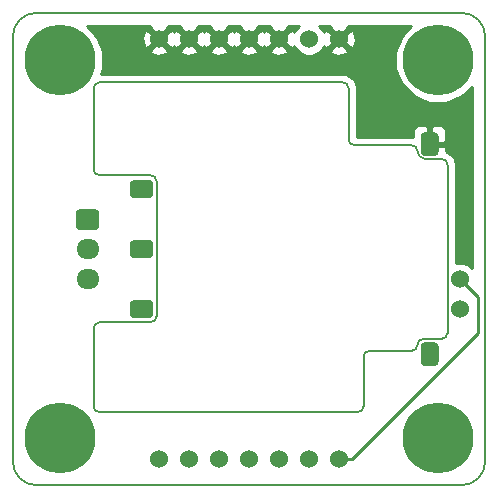
<source format=gbl>
%TF.GenerationSoftware,KiCad,Pcbnew,5.0.2+dfsg1-1*%
%TF.CreationDate,2022-03-26T23:49:25+09:00*%
%TF.ProjectId,pwm-esc-littlebee,70776d2d-6573-4632-9d6c-6974746c6562,rev?*%
%TF.SameCoordinates,Original*%
%TF.FileFunction,Copper,L2,Bot*%
%TF.FilePolarity,Positive*%
%FSLAX46Y46*%
G04 Gerber Fmt 4.6, Leading zero omitted, Abs format (unit mm)*
G04 Created by KiCad (PCBNEW 5.0.2+dfsg1-1) date Sat 26 Mar 2022 11:49:25 PM JST*
%MOMM*%
%LPD*%
G01*
G04 APERTURE LIST*
%ADD10C,0.150000*%
%ADD11C,6.000000*%
%ADD12C,1.524000*%
%ADD13C,0.100000*%
%ADD14C,1.700000*%
%ADD15O,1.950000X1.700000*%
%ADD16C,0.250000*%
%ADD17C,0.254000*%
G04 APERTURE END LIST*
D10*
X116840000Y-63246000D02*
X116840000Y-56388000D01*
X121666000Y-63754000D02*
X117348000Y-63754000D01*
X117348000Y-63754000D02*
G75*
G02X116840000Y-63246000I0J508000D01*
G01*
X122174000Y-64262000D02*
X122174000Y-75692000D01*
X116840000Y-76708000D02*
X116840000Y-83312000D01*
X117348000Y-76200000D02*
X121666000Y-76200000D01*
X116840000Y-76708000D02*
G75*
G02X117348000Y-76200000I508000J0D01*
G01*
X122174000Y-75692000D02*
G75*
G02X121666000Y-76200000I-508000J0D01*
G01*
X121666000Y-63754000D02*
G75*
G02X122174000Y-64262000I0J-508000D01*
G01*
X138430000Y-56388000D02*
X138430000Y-60706000D01*
X137922000Y-55880000D02*
G75*
G02X138430000Y-56388000I0J-508000D01*
G01*
X117348000Y-55880000D02*
X137922000Y-55880000D01*
X138938000Y-61214000D02*
X143764000Y-61214000D01*
X138938000Y-61214000D02*
G75*
G02X138430000Y-60706000I0J508000D01*
G01*
X143764000Y-61214000D02*
G75*
G02X144272000Y-61722000I0J-508000D01*
G01*
X139700000Y-79121000D02*
X139700000Y-83312000D01*
X140208000Y-78613000D02*
X143764000Y-78613000D01*
X144272000Y-78105000D02*
G75*
G02X143764000Y-78613000I-508000J0D01*
G01*
X139700000Y-79121000D02*
G75*
G02X140208000Y-78613000I508000J0D01*
G01*
X139700000Y-83312000D02*
G75*
G02X139192000Y-83820000I-508000J0D01*
G01*
X117348000Y-83820000D02*
X139192000Y-83820000D01*
X117348000Y-83820000D02*
G75*
G02X116840000Y-83312000I0J508000D01*
G01*
X116840000Y-56388000D02*
G75*
G02X117348000Y-55880000I508000J0D01*
G01*
X144780000Y-77597000D02*
X146304000Y-77597000D01*
X144907000Y-62357000D02*
X146304000Y-62357000D01*
X144272000Y-78105000D02*
G75*
G02X144780000Y-77597000I508000J0D01*
G01*
X144907000Y-62357000D02*
G75*
G02X144272000Y-61722000I0J635000D01*
G01*
X146812000Y-77089000D02*
X146812000Y-62865000D01*
X146304000Y-62357000D02*
G75*
G02X146812000Y-62865000I0J-508000D01*
G01*
X146812000Y-77089000D02*
G75*
G02X146304000Y-77597000I-508000J0D01*
G01*
X112000000Y-90000000D02*
G75*
G02X110000000Y-88000000I0J2000000D01*
G01*
X150000000Y-88000000D02*
G75*
G02X148000000Y-90000000I-2000000J0D01*
G01*
X148000000Y-50000000D02*
G75*
G02X150000000Y-52000000I0J-2000000D01*
G01*
X110000000Y-52000000D02*
G75*
G02X112000000Y-50000000I2000000J0D01*
G01*
X110000000Y-88000000D02*
X110000000Y-52000000D01*
X148000000Y-90000000D02*
X112000000Y-90000000D01*
X150000000Y-52000000D02*
X150000000Y-88000000D01*
X112000000Y-50000000D02*
X148000000Y-50000000D01*
D11*
X146000000Y-86000000D03*
X114000000Y-54000000D03*
X146000000Y-54000000D03*
X114000000Y-86000000D03*
D12*
X122380000Y-52220000D03*
X124920000Y-52220000D03*
X127460000Y-52220000D03*
X130000000Y-52220000D03*
X132540000Y-52220000D03*
X135080000Y-52220000D03*
X137620000Y-52220000D03*
X122380000Y-87780000D03*
X124920000Y-87780000D03*
X127460000Y-87780000D03*
X130000000Y-87780000D03*
X132540000Y-87780000D03*
X135080000Y-87780000D03*
X137620000Y-87780000D03*
D13*
G36*
X121560345Y-74319835D02*
X121597329Y-74325321D01*
X121633598Y-74334406D01*
X121668802Y-74347002D01*
X121702602Y-74362988D01*
X121734672Y-74382210D01*
X121764704Y-74404483D01*
X121792408Y-74429592D01*
X121817517Y-74457296D01*
X121839790Y-74487328D01*
X121859012Y-74519398D01*
X121874998Y-74553198D01*
X121887594Y-74588402D01*
X121896679Y-74624671D01*
X121902165Y-74661655D01*
X121904000Y-74699000D01*
X121904000Y-75461000D01*
X121902165Y-75498345D01*
X121896679Y-75535329D01*
X121887594Y-75571598D01*
X121874998Y-75606802D01*
X121859012Y-75640602D01*
X121839790Y-75672672D01*
X121817517Y-75702704D01*
X121792408Y-75730408D01*
X121764704Y-75755517D01*
X121734672Y-75777790D01*
X121702602Y-75797012D01*
X121668802Y-75812998D01*
X121633598Y-75825594D01*
X121597329Y-75834679D01*
X121560345Y-75840165D01*
X121523000Y-75842000D01*
X120285000Y-75842000D01*
X120247655Y-75840165D01*
X120210671Y-75834679D01*
X120174402Y-75825594D01*
X120139198Y-75812998D01*
X120105398Y-75797012D01*
X120073328Y-75777790D01*
X120043296Y-75755517D01*
X120015592Y-75730408D01*
X119990483Y-75702704D01*
X119968210Y-75672672D01*
X119948988Y-75640602D01*
X119933002Y-75606802D01*
X119920406Y-75571598D01*
X119911321Y-75535329D01*
X119905835Y-75498345D01*
X119904000Y-75461000D01*
X119904000Y-74699000D01*
X119905835Y-74661655D01*
X119911321Y-74624671D01*
X119920406Y-74588402D01*
X119933002Y-74553198D01*
X119948988Y-74519398D01*
X119968210Y-74487328D01*
X119990483Y-74457296D01*
X120015592Y-74429592D01*
X120043296Y-74404483D01*
X120073328Y-74382210D01*
X120105398Y-74362988D01*
X120139198Y-74347002D01*
X120174402Y-74334406D01*
X120210671Y-74325321D01*
X120247655Y-74319835D01*
X120285000Y-74318000D01*
X121523000Y-74318000D01*
X121560345Y-74319835D01*
X121560345Y-74319835D01*
G37*
D12*
X120904000Y-75080000D03*
D13*
G36*
X121560345Y-69239835D02*
X121597329Y-69245321D01*
X121633598Y-69254406D01*
X121668802Y-69267002D01*
X121702602Y-69282988D01*
X121734672Y-69302210D01*
X121764704Y-69324483D01*
X121792408Y-69349592D01*
X121817517Y-69377296D01*
X121839790Y-69407328D01*
X121859012Y-69439398D01*
X121874998Y-69473198D01*
X121887594Y-69508402D01*
X121896679Y-69544671D01*
X121902165Y-69581655D01*
X121904000Y-69619000D01*
X121904000Y-70381000D01*
X121902165Y-70418345D01*
X121896679Y-70455329D01*
X121887594Y-70491598D01*
X121874998Y-70526802D01*
X121859012Y-70560602D01*
X121839790Y-70592672D01*
X121817517Y-70622704D01*
X121792408Y-70650408D01*
X121764704Y-70675517D01*
X121734672Y-70697790D01*
X121702602Y-70717012D01*
X121668802Y-70732998D01*
X121633598Y-70745594D01*
X121597329Y-70754679D01*
X121560345Y-70760165D01*
X121523000Y-70762000D01*
X120285000Y-70762000D01*
X120247655Y-70760165D01*
X120210671Y-70754679D01*
X120174402Y-70745594D01*
X120139198Y-70732998D01*
X120105398Y-70717012D01*
X120073328Y-70697790D01*
X120043296Y-70675517D01*
X120015592Y-70650408D01*
X119990483Y-70622704D01*
X119968210Y-70592672D01*
X119948988Y-70560602D01*
X119933002Y-70526802D01*
X119920406Y-70491598D01*
X119911321Y-70455329D01*
X119905835Y-70418345D01*
X119904000Y-70381000D01*
X119904000Y-69619000D01*
X119905835Y-69581655D01*
X119911321Y-69544671D01*
X119920406Y-69508402D01*
X119933002Y-69473198D01*
X119948988Y-69439398D01*
X119968210Y-69407328D01*
X119990483Y-69377296D01*
X120015592Y-69349592D01*
X120043296Y-69324483D01*
X120073328Y-69302210D01*
X120105398Y-69282988D01*
X120139198Y-69267002D01*
X120174402Y-69254406D01*
X120210671Y-69245321D01*
X120247655Y-69239835D01*
X120285000Y-69238000D01*
X121523000Y-69238000D01*
X121560345Y-69239835D01*
X121560345Y-69239835D01*
G37*
D12*
X120904000Y-70000000D03*
D13*
G36*
X121560345Y-64159835D02*
X121597329Y-64165321D01*
X121633598Y-64174406D01*
X121668802Y-64187002D01*
X121702602Y-64202988D01*
X121734672Y-64222210D01*
X121764704Y-64244483D01*
X121792408Y-64269592D01*
X121817517Y-64297296D01*
X121839790Y-64327328D01*
X121859012Y-64359398D01*
X121874998Y-64393198D01*
X121887594Y-64428402D01*
X121896679Y-64464671D01*
X121902165Y-64501655D01*
X121904000Y-64539000D01*
X121904000Y-65301000D01*
X121902165Y-65338345D01*
X121896679Y-65375329D01*
X121887594Y-65411598D01*
X121874998Y-65446802D01*
X121859012Y-65480602D01*
X121839790Y-65512672D01*
X121817517Y-65542704D01*
X121792408Y-65570408D01*
X121764704Y-65595517D01*
X121734672Y-65617790D01*
X121702602Y-65637012D01*
X121668802Y-65652998D01*
X121633598Y-65665594D01*
X121597329Y-65674679D01*
X121560345Y-65680165D01*
X121523000Y-65682000D01*
X120285000Y-65682000D01*
X120247655Y-65680165D01*
X120210671Y-65674679D01*
X120174402Y-65665594D01*
X120139198Y-65652998D01*
X120105398Y-65637012D01*
X120073328Y-65617790D01*
X120043296Y-65595517D01*
X120015592Y-65570408D01*
X119990483Y-65542704D01*
X119968210Y-65512672D01*
X119948988Y-65480602D01*
X119933002Y-65446802D01*
X119920406Y-65411598D01*
X119911321Y-65375329D01*
X119905835Y-65338345D01*
X119904000Y-65301000D01*
X119904000Y-64539000D01*
X119905835Y-64501655D01*
X119911321Y-64464671D01*
X119920406Y-64428402D01*
X119933002Y-64393198D01*
X119948988Y-64359398D01*
X119968210Y-64327328D01*
X119990483Y-64297296D01*
X120015592Y-64269592D01*
X120043296Y-64244483D01*
X120073328Y-64222210D01*
X120105398Y-64202988D01*
X120139198Y-64187002D01*
X120174402Y-64174406D01*
X120210671Y-64165321D01*
X120247655Y-64159835D01*
X120285000Y-64158000D01*
X121523000Y-64158000D01*
X121560345Y-64159835D01*
X121560345Y-64159835D01*
G37*
D12*
X120904000Y-64920000D03*
X147828000Y-75080000D03*
D13*
G36*
X145706345Y-77891835D02*
X145743329Y-77897321D01*
X145779598Y-77906406D01*
X145814802Y-77919002D01*
X145848602Y-77934988D01*
X145880672Y-77954210D01*
X145910704Y-77976483D01*
X145938408Y-78001592D01*
X145963517Y-78029296D01*
X145985790Y-78059328D01*
X146005012Y-78091398D01*
X146020998Y-78125198D01*
X146033594Y-78160402D01*
X146042679Y-78196671D01*
X146048165Y-78233655D01*
X146050000Y-78271000D01*
X146050000Y-79509000D01*
X146048165Y-79546345D01*
X146042679Y-79583329D01*
X146033594Y-79619598D01*
X146020998Y-79654802D01*
X146005012Y-79688602D01*
X145985790Y-79720672D01*
X145963517Y-79750704D01*
X145938408Y-79778408D01*
X145910704Y-79803517D01*
X145880672Y-79825790D01*
X145848602Y-79845012D01*
X145814802Y-79860998D01*
X145779598Y-79873594D01*
X145743329Y-79882679D01*
X145706345Y-79888165D01*
X145669000Y-79890000D01*
X144907000Y-79890000D01*
X144869655Y-79888165D01*
X144832671Y-79882679D01*
X144796402Y-79873594D01*
X144761198Y-79860998D01*
X144727398Y-79845012D01*
X144695328Y-79825790D01*
X144665296Y-79803517D01*
X144637592Y-79778408D01*
X144612483Y-79750704D01*
X144590210Y-79720672D01*
X144570988Y-79688602D01*
X144555002Y-79654802D01*
X144542406Y-79619598D01*
X144533321Y-79583329D01*
X144527835Y-79546345D01*
X144526000Y-79509000D01*
X144526000Y-78271000D01*
X144527835Y-78233655D01*
X144533321Y-78196671D01*
X144542406Y-78160402D01*
X144555002Y-78125198D01*
X144570988Y-78091398D01*
X144590210Y-78059328D01*
X144612483Y-78029296D01*
X144637592Y-78001592D01*
X144665296Y-77976483D01*
X144695328Y-77954210D01*
X144727398Y-77934988D01*
X144761198Y-77919002D01*
X144796402Y-77906406D01*
X144832671Y-77897321D01*
X144869655Y-77891835D01*
X144907000Y-77890000D01*
X145669000Y-77890000D01*
X145706345Y-77891835D01*
X145706345Y-77891835D01*
G37*
D12*
X145288000Y-78890000D03*
D13*
G36*
X145706345Y-60111835D02*
X145743329Y-60117321D01*
X145779598Y-60126406D01*
X145814802Y-60139002D01*
X145848602Y-60154988D01*
X145880672Y-60174210D01*
X145910704Y-60196483D01*
X145938408Y-60221592D01*
X145963517Y-60249296D01*
X145985790Y-60279328D01*
X146005012Y-60311398D01*
X146020998Y-60345198D01*
X146033594Y-60380402D01*
X146042679Y-60416671D01*
X146048165Y-60453655D01*
X146050000Y-60491000D01*
X146050000Y-61729000D01*
X146048165Y-61766345D01*
X146042679Y-61803329D01*
X146033594Y-61839598D01*
X146020998Y-61874802D01*
X146005012Y-61908602D01*
X145985790Y-61940672D01*
X145963517Y-61970704D01*
X145938408Y-61998408D01*
X145910704Y-62023517D01*
X145880672Y-62045790D01*
X145848602Y-62065012D01*
X145814802Y-62080998D01*
X145779598Y-62093594D01*
X145743329Y-62102679D01*
X145706345Y-62108165D01*
X145669000Y-62110000D01*
X144907000Y-62110000D01*
X144869655Y-62108165D01*
X144832671Y-62102679D01*
X144796402Y-62093594D01*
X144761198Y-62080998D01*
X144727398Y-62065012D01*
X144695328Y-62045790D01*
X144665296Y-62023517D01*
X144637592Y-61998408D01*
X144612483Y-61970704D01*
X144590210Y-61940672D01*
X144570988Y-61908602D01*
X144555002Y-61874802D01*
X144542406Y-61839598D01*
X144533321Y-61803329D01*
X144527835Y-61766345D01*
X144526000Y-61729000D01*
X144526000Y-60491000D01*
X144527835Y-60453655D01*
X144533321Y-60416671D01*
X144542406Y-60380402D01*
X144555002Y-60345198D01*
X144570988Y-60311398D01*
X144590210Y-60279328D01*
X144612483Y-60249296D01*
X144637592Y-60221592D01*
X144665296Y-60196483D01*
X144695328Y-60174210D01*
X144727398Y-60154988D01*
X144761198Y-60139002D01*
X144796402Y-60126406D01*
X144832671Y-60117321D01*
X144869655Y-60111835D01*
X144907000Y-60110000D01*
X145669000Y-60110000D01*
X145706345Y-60111835D01*
X145706345Y-60111835D01*
G37*
D12*
X145288000Y-61110000D03*
X147828000Y-72540000D03*
D13*
G36*
X117081504Y-66651204D02*
X117105773Y-66654804D01*
X117129571Y-66660765D01*
X117152671Y-66669030D01*
X117174849Y-66679520D01*
X117195893Y-66692133D01*
X117215598Y-66706747D01*
X117233777Y-66723223D01*
X117250253Y-66741402D01*
X117264867Y-66761107D01*
X117277480Y-66782151D01*
X117287970Y-66804329D01*
X117296235Y-66827429D01*
X117302196Y-66851227D01*
X117305796Y-66875496D01*
X117307000Y-66900000D01*
X117307000Y-68100000D01*
X117305796Y-68124504D01*
X117302196Y-68148773D01*
X117296235Y-68172571D01*
X117287970Y-68195671D01*
X117277480Y-68217849D01*
X117264867Y-68238893D01*
X117250253Y-68258598D01*
X117233777Y-68276777D01*
X117215598Y-68293253D01*
X117195893Y-68307867D01*
X117174849Y-68320480D01*
X117152671Y-68330970D01*
X117129571Y-68339235D01*
X117105773Y-68345196D01*
X117081504Y-68348796D01*
X117057000Y-68350000D01*
X115607000Y-68350000D01*
X115582496Y-68348796D01*
X115558227Y-68345196D01*
X115534429Y-68339235D01*
X115511329Y-68330970D01*
X115489151Y-68320480D01*
X115468107Y-68307867D01*
X115448402Y-68293253D01*
X115430223Y-68276777D01*
X115413747Y-68258598D01*
X115399133Y-68238893D01*
X115386520Y-68217849D01*
X115376030Y-68195671D01*
X115367765Y-68172571D01*
X115361804Y-68148773D01*
X115358204Y-68124504D01*
X115357000Y-68100000D01*
X115357000Y-66900000D01*
X115358204Y-66875496D01*
X115361804Y-66851227D01*
X115367765Y-66827429D01*
X115376030Y-66804329D01*
X115386520Y-66782151D01*
X115399133Y-66761107D01*
X115413747Y-66741402D01*
X115430223Y-66723223D01*
X115448402Y-66706747D01*
X115468107Y-66692133D01*
X115489151Y-66679520D01*
X115511329Y-66669030D01*
X115534429Y-66660765D01*
X115558227Y-66654804D01*
X115582496Y-66651204D01*
X115607000Y-66650000D01*
X117057000Y-66650000D01*
X117081504Y-66651204D01*
X117081504Y-66651204D01*
G37*
D14*
X116332000Y-67500000D03*
D15*
X116332000Y-70000000D03*
X116332000Y-72500000D03*
D16*
X138697630Y-87780000D02*
X149352000Y-77125630D01*
X137620000Y-87780000D02*
X138697630Y-87780000D01*
X149352000Y-74064000D02*
X147828000Y-72540000D01*
X149352000Y-77125630D02*
X149352000Y-74064000D01*
D17*
G36*
X148021748Y-75065858D02*
X148007605Y-75080000D01*
X148021748Y-75094143D01*
X147842143Y-75273748D01*
X147828000Y-75259605D01*
X147813858Y-75273748D01*
X147634253Y-75094143D01*
X147648395Y-75080000D01*
X147634253Y-75065858D01*
X147813858Y-74886253D01*
X147828000Y-74900395D01*
X147842143Y-74886253D01*
X148021748Y-75065858D01*
X148021748Y-75065858D01*
G37*
X148021748Y-75065858D02*
X148007605Y-75080000D01*
X148021748Y-75094143D01*
X147842143Y-75273748D01*
X147828000Y-75259605D01*
X147813858Y-75273748D01*
X147634253Y-75094143D01*
X147648395Y-75080000D01*
X147634253Y-75065858D01*
X147813858Y-74886253D01*
X147828000Y-74900395D01*
X147842143Y-74886253D01*
X148021748Y-75065858D01*
G36*
X121579392Y-51239787D02*
X122380000Y-52040395D01*
X123180608Y-51239787D01*
X123148258Y-51127000D01*
X124151742Y-51127000D01*
X124119392Y-51239787D01*
X124920000Y-52040395D01*
X125720608Y-51239787D01*
X125688258Y-51127000D01*
X126691742Y-51127000D01*
X126659392Y-51239787D01*
X127460000Y-52040395D01*
X128260608Y-51239787D01*
X128228258Y-51127000D01*
X129231742Y-51127000D01*
X129199392Y-51239787D01*
X130000000Y-52040395D01*
X130800608Y-51239787D01*
X130768258Y-51127000D01*
X131771742Y-51127000D01*
X131739392Y-51239787D01*
X132540000Y-52040395D01*
X133340608Y-51239787D01*
X133308258Y-51127000D01*
X134197343Y-51127000D01*
X133895680Y-51428663D01*
X133816572Y-51619647D01*
X133762397Y-51488857D01*
X133520213Y-51419392D01*
X132719605Y-52220000D01*
X133520213Y-53020608D01*
X133762397Y-52951143D01*
X133812535Y-52810607D01*
X133895680Y-53011337D01*
X134288663Y-53404320D01*
X134802119Y-53617000D01*
X135357881Y-53617000D01*
X135871337Y-53404320D01*
X136075444Y-53200213D01*
X136819392Y-53200213D01*
X136888857Y-53442397D01*
X137412302Y-53629144D01*
X137967368Y-53601362D01*
X138351143Y-53442397D01*
X138420608Y-53200213D01*
X137620000Y-52399605D01*
X136819392Y-53200213D01*
X136075444Y-53200213D01*
X136264320Y-53011337D01*
X136343428Y-52820353D01*
X136397603Y-52951143D01*
X136639787Y-53020608D01*
X137440395Y-52220000D01*
X137799605Y-52220000D01*
X138600213Y-53020608D01*
X138842397Y-52951143D01*
X139029144Y-52427698D01*
X139001362Y-51872632D01*
X138842397Y-51488857D01*
X138600213Y-51419392D01*
X137799605Y-52220000D01*
X137440395Y-52220000D01*
X136639787Y-51419392D01*
X136397603Y-51488857D01*
X136347465Y-51629393D01*
X136264320Y-51428663D01*
X135962657Y-51127000D01*
X136851742Y-51127000D01*
X136819392Y-51239787D01*
X137620000Y-52040395D01*
X138420608Y-51239787D01*
X138388258Y-51127000D01*
X143732334Y-51127000D01*
X142918396Y-51940938D01*
X142365000Y-53276954D01*
X142365000Y-54723046D01*
X142918396Y-56059062D01*
X143940938Y-57081604D01*
X145276954Y-57635000D01*
X146723046Y-57635000D01*
X148059062Y-57081604D01*
X148873000Y-56267666D01*
X148873000Y-71609343D01*
X148619337Y-71355680D01*
X148105881Y-71143000D01*
X147550119Y-71143000D01*
X147522000Y-71154647D01*
X147522000Y-62795074D01*
X147508358Y-62726491D01*
X147508358Y-62726487D01*
X147469689Y-62532083D01*
X147422582Y-62418357D01*
X147363674Y-62276141D01*
X147253553Y-62111334D01*
X147116457Y-61974239D01*
X147057666Y-61915447D01*
X146892859Y-61805326D01*
X146776783Y-61757246D01*
X146685000Y-61719228D01*
X146685000Y-61395750D01*
X146526250Y-61237000D01*
X145415000Y-61237000D01*
X145415000Y-61257000D01*
X145161000Y-61257000D01*
X145161000Y-61237000D01*
X145141000Y-61237000D01*
X145141000Y-60983000D01*
X145161000Y-60983000D01*
X145161000Y-59633750D01*
X145415000Y-59633750D01*
X145415000Y-60983000D01*
X146526250Y-60983000D01*
X146685000Y-60824250D01*
X146685000Y-59983691D01*
X146588327Y-59750302D01*
X146409699Y-59571673D01*
X146176310Y-59475000D01*
X145573750Y-59475000D01*
X145415000Y-59633750D01*
X145161000Y-59633750D01*
X145002250Y-59475000D01*
X144399690Y-59475000D01*
X144166301Y-59571673D01*
X143987673Y-59750302D01*
X143891000Y-59983691D01*
X143891000Y-60515353D01*
X143833926Y-60504000D01*
X139140000Y-60504000D01*
X139140000Y-56318074D01*
X139126358Y-56249491D01*
X139126358Y-56249487D01*
X139087689Y-56055083D01*
X139043776Y-55949069D01*
X138981674Y-55799141D01*
X138871553Y-55634334D01*
X138734457Y-55497239D01*
X138675666Y-55438447D01*
X138510859Y-55328326D01*
X138404844Y-55284413D01*
X138254917Y-55222311D01*
X138060514Y-55183642D01*
X138060509Y-55183642D01*
X137991926Y-55170000D01*
X117449866Y-55170000D01*
X117635000Y-54723046D01*
X117635000Y-53276954D01*
X117603213Y-53200213D01*
X121579392Y-53200213D01*
X121648857Y-53442397D01*
X122172302Y-53629144D01*
X122727368Y-53601362D01*
X123111143Y-53442397D01*
X123180608Y-53200213D01*
X124119392Y-53200213D01*
X124188857Y-53442397D01*
X124712302Y-53629144D01*
X125267368Y-53601362D01*
X125651143Y-53442397D01*
X125720608Y-53200213D01*
X126659392Y-53200213D01*
X126728857Y-53442397D01*
X127252302Y-53629144D01*
X127807368Y-53601362D01*
X128191143Y-53442397D01*
X128260608Y-53200213D01*
X129199392Y-53200213D01*
X129268857Y-53442397D01*
X129792302Y-53629144D01*
X130347368Y-53601362D01*
X130731143Y-53442397D01*
X130800608Y-53200213D01*
X131739392Y-53200213D01*
X131808857Y-53442397D01*
X132332302Y-53629144D01*
X132887368Y-53601362D01*
X133271143Y-53442397D01*
X133340608Y-53200213D01*
X132540000Y-52399605D01*
X131739392Y-53200213D01*
X130800608Y-53200213D01*
X130000000Y-52399605D01*
X129199392Y-53200213D01*
X128260608Y-53200213D01*
X127460000Y-52399605D01*
X126659392Y-53200213D01*
X125720608Y-53200213D01*
X124920000Y-52399605D01*
X124119392Y-53200213D01*
X123180608Y-53200213D01*
X122380000Y-52399605D01*
X121579392Y-53200213D01*
X117603213Y-53200213D01*
X117111164Y-52012302D01*
X120970856Y-52012302D01*
X120998638Y-52567368D01*
X121157603Y-52951143D01*
X121399787Y-53020608D01*
X122200395Y-52220000D01*
X122559605Y-52220000D01*
X123360213Y-53020608D01*
X123602397Y-52951143D01*
X123646453Y-52827656D01*
X123697603Y-52951143D01*
X123939787Y-53020608D01*
X124740395Y-52220000D01*
X125099605Y-52220000D01*
X125900213Y-53020608D01*
X126142397Y-52951143D01*
X126186453Y-52827656D01*
X126237603Y-52951143D01*
X126479787Y-53020608D01*
X127280395Y-52220000D01*
X127639605Y-52220000D01*
X128440213Y-53020608D01*
X128682397Y-52951143D01*
X128726453Y-52827656D01*
X128777603Y-52951143D01*
X129019787Y-53020608D01*
X129820395Y-52220000D01*
X130179605Y-52220000D01*
X130980213Y-53020608D01*
X131222397Y-52951143D01*
X131266453Y-52827656D01*
X131317603Y-52951143D01*
X131559787Y-53020608D01*
X132360395Y-52220000D01*
X131559787Y-51419392D01*
X131317603Y-51488857D01*
X131273547Y-51612344D01*
X131222397Y-51488857D01*
X130980213Y-51419392D01*
X130179605Y-52220000D01*
X129820395Y-52220000D01*
X129019787Y-51419392D01*
X128777603Y-51488857D01*
X128733547Y-51612344D01*
X128682397Y-51488857D01*
X128440213Y-51419392D01*
X127639605Y-52220000D01*
X127280395Y-52220000D01*
X126479787Y-51419392D01*
X126237603Y-51488857D01*
X126193547Y-51612344D01*
X126142397Y-51488857D01*
X125900213Y-51419392D01*
X125099605Y-52220000D01*
X124740395Y-52220000D01*
X123939787Y-51419392D01*
X123697603Y-51488857D01*
X123653547Y-51612344D01*
X123602397Y-51488857D01*
X123360213Y-51419392D01*
X122559605Y-52220000D01*
X122200395Y-52220000D01*
X121399787Y-51419392D01*
X121157603Y-51488857D01*
X120970856Y-52012302D01*
X117111164Y-52012302D01*
X117081604Y-51940938D01*
X116267666Y-51127000D01*
X121611742Y-51127000D01*
X121579392Y-51239787D01*
X121579392Y-51239787D01*
G37*
X121579392Y-51239787D02*
X122380000Y-52040395D01*
X123180608Y-51239787D01*
X123148258Y-51127000D01*
X124151742Y-51127000D01*
X124119392Y-51239787D01*
X124920000Y-52040395D01*
X125720608Y-51239787D01*
X125688258Y-51127000D01*
X126691742Y-51127000D01*
X126659392Y-51239787D01*
X127460000Y-52040395D01*
X128260608Y-51239787D01*
X128228258Y-51127000D01*
X129231742Y-51127000D01*
X129199392Y-51239787D01*
X130000000Y-52040395D01*
X130800608Y-51239787D01*
X130768258Y-51127000D01*
X131771742Y-51127000D01*
X131739392Y-51239787D01*
X132540000Y-52040395D01*
X133340608Y-51239787D01*
X133308258Y-51127000D01*
X134197343Y-51127000D01*
X133895680Y-51428663D01*
X133816572Y-51619647D01*
X133762397Y-51488857D01*
X133520213Y-51419392D01*
X132719605Y-52220000D01*
X133520213Y-53020608D01*
X133762397Y-52951143D01*
X133812535Y-52810607D01*
X133895680Y-53011337D01*
X134288663Y-53404320D01*
X134802119Y-53617000D01*
X135357881Y-53617000D01*
X135871337Y-53404320D01*
X136075444Y-53200213D01*
X136819392Y-53200213D01*
X136888857Y-53442397D01*
X137412302Y-53629144D01*
X137967368Y-53601362D01*
X138351143Y-53442397D01*
X138420608Y-53200213D01*
X137620000Y-52399605D01*
X136819392Y-53200213D01*
X136075444Y-53200213D01*
X136264320Y-53011337D01*
X136343428Y-52820353D01*
X136397603Y-52951143D01*
X136639787Y-53020608D01*
X137440395Y-52220000D01*
X137799605Y-52220000D01*
X138600213Y-53020608D01*
X138842397Y-52951143D01*
X139029144Y-52427698D01*
X139001362Y-51872632D01*
X138842397Y-51488857D01*
X138600213Y-51419392D01*
X137799605Y-52220000D01*
X137440395Y-52220000D01*
X136639787Y-51419392D01*
X136397603Y-51488857D01*
X136347465Y-51629393D01*
X136264320Y-51428663D01*
X135962657Y-51127000D01*
X136851742Y-51127000D01*
X136819392Y-51239787D01*
X137620000Y-52040395D01*
X138420608Y-51239787D01*
X138388258Y-51127000D01*
X143732334Y-51127000D01*
X142918396Y-51940938D01*
X142365000Y-53276954D01*
X142365000Y-54723046D01*
X142918396Y-56059062D01*
X143940938Y-57081604D01*
X145276954Y-57635000D01*
X146723046Y-57635000D01*
X148059062Y-57081604D01*
X148873000Y-56267666D01*
X148873000Y-71609343D01*
X148619337Y-71355680D01*
X148105881Y-71143000D01*
X147550119Y-71143000D01*
X147522000Y-71154647D01*
X147522000Y-62795074D01*
X147508358Y-62726491D01*
X147508358Y-62726487D01*
X147469689Y-62532083D01*
X147422582Y-62418357D01*
X147363674Y-62276141D01*
X147253553Y-62111334D01*
X147116457Y-61974239D01*
X147057666Y-61915447D01*
X146892859Y-61805326D01*
X146776783Y-61757246D01*
X146685000Y-61719228D01*
X146685000Y-61395750D01*
X146526250Y-61237000D01*
X145415000Y-61237000D01*
X145415000Y-61257000D01*
X145161000Y-61257000D01*
X145161000Y-61237000D01*
X145141000Y-61237000D01*
X145141000Y-60983000D01*
X145161000Y-60983000D01*
X145161000Y-59633750D01*
X145415000Y-59633750D01*
X145415000Y-60983000D01*
X146526250Y-60983000D01*
X146685000Y-60824250D01*
X146685000Y-59983691D01*
X146588327Y-59750302D01*
X146409699Y-59571673D01*
X146176310Y-59475000D01*
X145573750Y-59475000D01*
X145415000Y-59633750D01*
X145161000Y-59633750D01*
X145002250Y-59475000D01*
X144399690Y-59475000D01*
X144166301Y-59571673D01*
X143987673Y-59750302D01*
X143891000Y-59983691D01*
X143891000Y-60515353D01*
X143833926Y-60504000D01*
X139140000Y-60504000D01*
X139140000Y-56318074D01*
X139126358Y-56249491D01*
X139126358Y-56249487D01*
X139087689Y-56055083D01*
X139043776Y-55949069D01*
X138981674Y-55799141D01*
X138871553Y-55634334D01*
X138734457Y-55497239D01*
X138675666Y-55438447D01*
X138510859Y-55328326D01*
X138404844Y-55284413D01*
X138254917Y-55222311D01*
X138060514Y-55183642D01*
X138060509Y-55183642D01*
X137991926Y-55170000D01*
X117449866Y-55170000D01*
X117635000Y-54723046D01*
X117635000Y-53276954D01*
X117603213Y-53200213D01*
X121579392Y-53200213D01*
X121648857Y-53442397D01*
X122172302Y-53629144D01*
X122727368Y-53601362D01*
X123111143Y-53442397D01*
X123180608Y-53200213D01*
X124119392Y-53200213D01*
X124188857Y-53442397D01*
X124712302Y-53629144D01*
X125267368Y-53601362D01*
X125651143Y-53442397D01*
X125720608Y-53200213D01*
X126659392Y-53200213D01*
X126728857Y-53442397D01*
X127252302Y-53629144D01*
X127807368Y-53601362D01*
X128191143Y-53442397D01*
X128260608Y-53200213D01*
X129199392Y-53200213D01*
X129268857Y-53442397D01*
X129792302Y-53629144D01*
X130347368Y-53601362D01*
X130731143Y-53442397D01*
X130800608Y-53200213D01*
X131739392Y-53200213D01*
X131808857Y-53442397D01*
X132332302Y-53629144D01*
X132887368Y-53601362D01*
X133271143Y-53442397D01*
X133340608Y-53200213D01*
X132540000Y-52399605D01*
X131739392Y-53200213D01*
X130800608Y-53200213D01*
X130000000Y-52399605D01*
X129199392Y-53200213D01*
X128260608Y-53200213D01*
X127460000Y-52399605D01*
X126659392Y-53200213D01*
X125720608Y-53200213D01*
X124920000Y-52399605D01*
X124119392Y-53200213D01*
X123180608Y-53200213D01*
X122380000Y-52399605D01*
X121579392Y-53200213D01*
X117603213Y-53200213D01*
X117111164Y-52012302D01*
X120970856Y-52012302D01*
X120998638Y-52567368D01*
X121157603Y-52951143D01*
X121399787Y-53020608D01*
X122200395Y-52220000D01*
X122559605Y-52220000D01*
X123360213Y-53020608D01*
X123602397Y-52951143D01*
X123646453Y-52827656D01*
X123697603Y-52951143D01*
X123939787Y-53020608D01*
X124740395Y-52220000D01*
X125099605Y-52220000D01*
X125900213Y-53020608D01*
X126142397Y-52951143D01*
X126186453Y-52827656D01*
X126237603Y-52951143D01*
X126479787Y-53020608D01*
X127280395Y-52220000D01*
X127639605Y-52220000D01*
X128440213Y-53020608D01*
X128682397Y-52951143D01*
X128726453Y-52827656D01*
X128777603Y-52951143D01*
X129019787Y-53020608D01*
X129820395Y-52220000D01*
X130179605Y-52220000D01*
X130980213Y-53020608D01*
X131222397Y-52951143D01*
X131266453Y-52827656D01*
X131317603Y-52951143D01*
X131559787Y-53020608D01*
X132360395Y-52220000D01*
X131559787Y-51419392D01*
X131317603Y-51488857D01*
X131273547Y-51612344D01*
X131222397Y-51488857D01*
X130980213Y-51419392D01*
X130179605Y-52220000D01*
X129820395Y-52220000D01*
X129019787Y-51419392D01*
X128777603Y-51488857D01*
X128733547Y-51612344D01*
X128682397Y-51488857D01*
X128440213Y-51419392D01*
X127639605Y-52220000D01*
X127280395Y-52220000D01*
X126479787Y-51419392D01*
X126237603Y-51488857D01*
X126193547Y-51612344D01*
X126142397Y-51488857D01*
X125900213Y-51419392D01*
X125099605Y-52220000D01*
X124740395Y-52220000D01*
X123939787Y-51419392D01*
X123697603Y-51488857D01*
X123653547Y-51612344D01*
X123602397Y-51488857D01*
X123360213Y-51419392D01*
X122559605Y-52220000D01*
X122200395Y-52220000D01*
X121399787Y-51419392D01*
X121157603Y-51488857D01*
X120970856Y-52012302D01*
X117111164Y-52012302D01*
X117081604Y-51940938D01*
X116267666Y-51127000D01*
X121611742Y-51127000D01*
X121579392Y-51239787D01*
M02*

</source>
